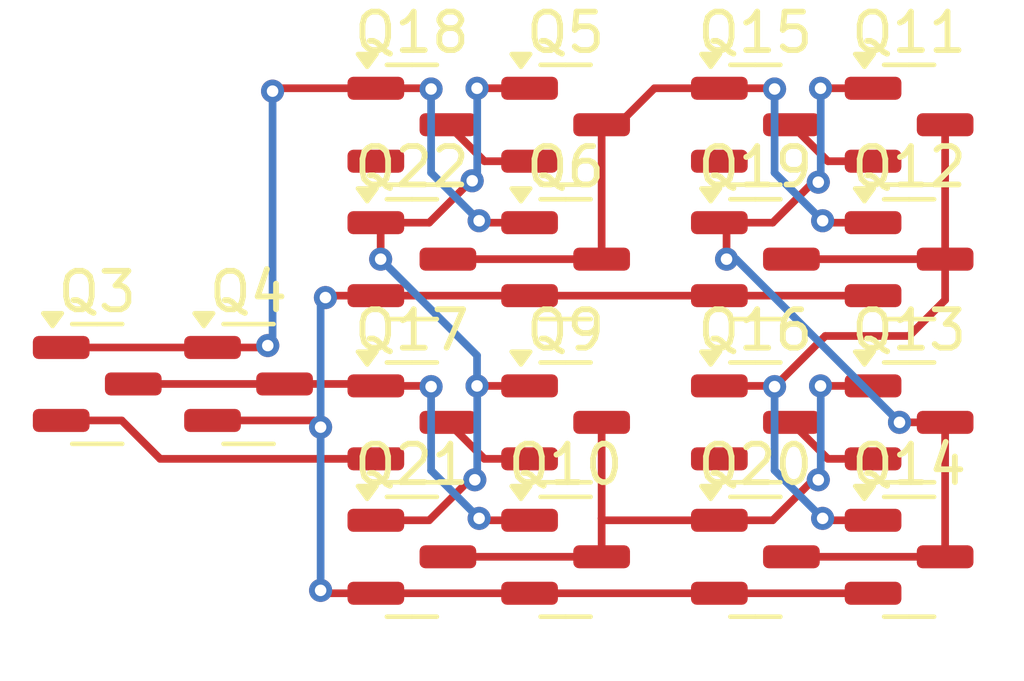
<source format=kicad_pcb>
(kicad_pcb (version 20241229) (generator "pcbnew") (generator_version "9.0")
  (layers (0 "F.Cu" signal) (2 "B.Cu" signal) (13 "F.Paste" user) (15 "B.Paste" user) (5 "F.SilkS" user "F.Silkscreen") (7 "B.SilkS" user "B.Silkscreen") (1 "F.Mask" user) (3 "B.Mask" user) (25 "Edge.Cuts" user))
  (net 0 "")
  (net 1 "VDD")
  (net 2 "/register_1_1/D")
  (net 3 "/register_1_1/gate_inv_1_1/INV")
  (net 4 "GND")
  (net 5 "/register_1_1/gate_nor_2_1/A")
  (net 6 "/register_1_1/Q")
  (net 7 "/register_1_1/#READ")
  (net 8 "Net-(Q18-D)")
  (net 9 "Net-(Q17-D)")
  (net 10 "/register_1_1/gate_nor_2_2/B")
  (net 11 "/register_1_1/#Q")
  (net 12 "Net-(Q11-S)")
  (net 13 "Net-(Q13-S)")
  (footprint "Package_TO_SOT_SMD:SOT-23" (layer "F.Cu") (at 132.375 98.375)
    (property "Reference" "Q4" (at 0 -2.4 0) (layer "F.SilkS"))
    (property "Value" "BSS123")
    (fp_line (start 0 -1.56) (end -0.65 -1.56) (stroke (width 0.12)) (layer "F.SilkS"))
    (fp_line (start 0 -1.56) (end 0.65 -1.56) (stroke (width 0.12)) (layer "F.SilkS"))
    (fp_line (start 0 1.56) (end -0.65 1.56) (stroke (width 0.12)) (layer "F.SilkS"))
    (fp_line (start 0 1.56) (end 0.65 1.56) (stroke (width 0.12)) (layer "F.SilkS"))
    (fp_poly (pts (xy -1.1625 -1.51) (xy -1.4025 -1.84) (xy -0.9225 -1.84)) (stroke (width 0.12)) (fill yes) (layer "F.SilkS"))
    (pad "1" smd roundrect (at -0.9375 -0.95) (size 1.475 0.6) (layers "F.Cu" "F.Mask" "F.Paste") (net 2 "/register_1_1/D"))
    (pad "2" smd roundrect (at -0.9375 0.95) (size 1.475 0.6) (layers "F.Cu" "F.Mask" "F.Paste") (net 4 "GND"))
    (pad "3" smd roundrect (at 0.9375 0) (size 1.475 0.6) (layers "F.Cu" "F.Mask" "F.Paste") (net 3 "/register_1_1/gate_inv_1_1/INV"))
  )
  (footprint "Package_TO_SOT_SMD:SOT-23" (layer "F.Cu") (at 140.625 95.125)
    (property "Reference" "Q6" (at 0 -2.4 0) (layer "F.SilkS"))
    (property "Value" "BSS123")
    (fp_line (start 0 -1.56) (end -0.65 -1.56) (stroke (width 0.12)) (layer "F.SilkS"))
    (fp_line (start 0 -1.56) (end 0.65 -1.56) (stroke (width 0.12)) (layer "F.SilkS"))
    (fp_line (start 0 1.56) (end -0.65 1.56) (stroke (width 0.12)) (layer "F.SilkS"))
    (fp_line (start 0 1.56) (end 0.65 1.56) (stroke (width 0.12)) (layer "F.SilkS"))
    (fp_poly (pts (xy -1.1625 -1.51) (xy -1.4025 -1.84) (xy -0.9225 -1.84)) (stroke (width 0.12)) (fill yes) (layer "F.SilkS"))
    (pad "1" smd roundrect (at -0.9375 -0.95) (size 1.475 0.6) (layers "F.Cu" "F.Mask" "F.Paste") (net 2 "/register_1_1/D"))
    (pad "2" smd roundrect (at -0.9375 0.95) (size 1.475 0.6) (layers "F.Cu" "F.Mask" "F.Paste") (net 4 "GND"))
    (pad "3" smd roundrect (at 0.9375 0) (size 1.475 0.6) (layers "F.Cu" "F.Mask" "F.Paste") (net 5 "/register_1_1/gate_nor_2_1/A"))
  )
  (footprint "Package_TO_SOT_SMD:SOT-23" (layer "F.Cu") (at 140.625 91.625)
    (property "Reference" "Q5" (at 0 -2.4 0) (layer "F.SilkS"))
    (property "Value" "BSS84")
    (fp_line (start 0 -1.56) (end -0.65 -1.56) (stroke (width 0.12)) (layer "F.SilkS"))
    (fp_line (start 0 -1.56) (end 0.65 -1.56) (stroke (width 0.12)) (layer "F.SilkS"))
    (fp_line (start 0 1.56) (end -0.65 1.56) (stroke (width 0.12)) (layer "F.SilkS"))
    (fp_line (start 0 1.56) (end 0.65 1.56) (stroke (width 0.12)) (layer "F.SilkS"))
    (fp_poly (pts (xy -1.1625 -1.51) (xy -1.4025 -1.84) (xy -0.9225 -1.84)) (stroke (width 0.12)) (fill yes) (layer "F.SilkS"))
    (pad "1" smd roundrect (at -0.9375 -0.95) (size 1.475 0.6) (layers "F.Cu" "F.Mask" "F.Paste") (net 7 "/register_1_1/#READ"))
    (pad "2" smd roundrect (at -0.9375 0.95) (size 1.475 0.6) (layers "F.Cu" "F.Mask" "F.Paste") (net 8 "Net-(Q18-D)"))
    (pad "3" smd roundrect (at 0.9375 0) (size 1.475 0.6) (layers "F.Cu" "F.Mask" "F.Paste") (net 5 "/register_1_1/gate_nor_2_1/A"))
  )
  (footprint "Package_TO_SOT_SMD:SOT-23" (layer "F.Cu") (at 149.5625 99.375)
    (property "Reference" "Q13" (at 0 -2.4 0) (layer "F.SilkS"))
    (property "Value" "BSS84")
    (fp_line (start 0 -1.56) (end -0.65 -1.56) (stroke (width 0.12)) (layer "F.SilkS"))
    (fp_line (start 0 -1.56) (end 0.65 -1.56) (stroke (width 0.12)) (layer "F.SilkS"))
    (fp_line (start 0 1.56) (end -0.65 1.56) (stroke (width 0.12)) (layer "F.SilkS"))
    (fp_line (start 0 1.56) (end 0.65 1.56) (stroke (width 0.12)) (layer "F.SilkS"))
    (fp_poly (pts (xy -1.1625 -1.51) (xy -1.4025 -1.84) (xy -0.9225 -1.84)) (stroke (width 0.12)) (fill yes) (layer "F.SilkS"))
    (pad "1" smd roundrect (at -0.9375 -0.95) (size 1.475 0.6) (layers "F.Cu" "F.Mask" "F.Paste") (net 10 "/register_1_1/gate_nor_2_2/B"))
    (pad "2" smd roundrect (at -0.9375 0.95) (size 1.475 0.6) (layers "F.Cu" "F.Mask" "F.Paste") (net 13 "Net-(Q13-S)"))
    (pad "3" smd roundrect (at 0.9375 0) (size 1.475 0.6) (layers "F.Cu" "F.Mask" "F.Paste") (net 11 "/register_1_1/#Q"))
  )
  (footprint "Package_TO_SOT_SMD:SOT-23" (layer "F.Cu") (at 140.625 102.875)
    (property "Reference" "Q10" (at 0 -2.4 0) (layer "F.SilkS"))
    (property "Value" "BSS123")
    (fp_line (start 0 -1.56) (end -0.65 -1.56) (stroke (width 0.12)) (layer "F.SilkS"))
    (fp_line (start 0 -1.56) (end 0.65 -1.56) (stroke (width 0.12)) (layer "F.SilkS"))
    (fp_line (start 0 1.56) (end -0.65 1.56) (stroke (width 0.12)) (layer "F.SilkS"))
    (fp_line (start 0 1.56) (end 0.65 1.56) (stroke (width 0.12)) (layer "F.SilkS"))
    (fp_poly (pts (xy -1.1625 -1.51) (xy -1.4025 -1.84) (xy -0.9225 -1.84)) (stroke (width 0.12)) (fill yes) (layer "F.SilkS"))
    (pad "1" smd roundrect (at -0.9375 -0.95) (size 1.475 0.6) (layers "F.Cu" "F.Mask" "F.Paste") (net 3 "/register_1_1/gate_inv_1_1/INV"))
    (pad "2" smd roundrect (at -0.9375 0.95) (size 1.475 0.6) (layers "F.Cu" "F.Mask" "F.Paste") (net 4 "GND"))
    (pad "3" smd roundrect (at 0.9375 0) (size 1.475 0.6) (layers "F.Cu" "F.Mask" "F.Paste") (net 10 "/register_1_1/gate_nor_2_2/B"))
  )
  (footprint "Package_TO_SOT_SMD:SOT-23" (layer "F.Cu") (at 128.4375 98.375)
    (property "Reference" "Q3" (at 0 -2.4 0) (layer "F.SilkS"))
    (property "Value" "BSS84")
    (fp_line (start 0 -1.56) (end -0.65 -1.56) (stroke (width 0.12)) (layer "F.SilkS"))
    (fp_line (start 0 -1.56) (end 0.65 -1.56) (stroke (width 0.12)) (layer "F.SilkS"))
    (fp_line (start 0 1.56) (end -0.65 1.56) (stroke (width 0.12)) (layer "F.SilkS"))
    (fp_line (start 0 1.56) (end 0.65 1.56) (stroke (width 0.12)) (layer "F.SilkS"))
    (fp_poly (pts (xy -1.1625 -1.51) (xy -1.4025 -1.84) (xy -0.9225 -1.84)) (stroke (width 0.12)) (fill yes) (layer "F.SilkS"))
    (pad "1" smd roundrect (at -0.9375 -0.95) (size 1.475 0.6) (layers "F.Cu" "F.Mask" "F.Paste") (net 2 "/register_1_1/D"))
    (pad "2" smd roundrect (at -0.9375 0.95) (size 1.475 0.6) (layers "F.Cu" "F.Mask" "F.Paste") (net 1 "VDD"))
    (pad "3" smd roundrect (at 0.9375 0) (size 1.475 0.6) (layers "F.Cu" "F.Mask" "F.Paste") (net 3 "/register_1_1/gate_inv_1_1/INV"))
  )
  (footprint "Package_TO_SOT_SMD:SOT-23" (layer "F.Cu") (at 136.625 102.875)
    (property "Reference" "Q21" (at 0 -2.4 0) (layer "F.SilkS"))
    (property "Value" "BSS123")
    (fp_line (start 0 -1.56) (end -0.65 -1.56) (stroke (width 0.12)) (layer "F.SilkS"))
    (fp_line (start 0 -1.56) (end 0.65 -1.56) (stroke (width 0.12)) (layer "F.SilkS"))
    (fp_line (start 0 1.56) (end -0.65 1.56) (stroke (width 0.12)) (layer "F.SilkS"))
    (fp_line (start 0 1.56) (end 0.65 1.56) (stroke (width 0.12)) (layer "F.SilkS"))
    (fp_poly (pts (xy -1.1625 -1.51) (xy -1.4025 -1.84) (xy -0.9225 -1.84)) (stroke (width 0.12)) (fill yes) (layer "F.SilkS"))
    (pad "1" smd roundrect (at -0.9375 -0.95) (size 1.475 0.6) (layers "F.Cu" "F.Mask" "F.Paste") (net 7 "/register_1_1/#READ"))
    (pad "2" smd roundrect (at -0.9375 0.95) (size 1.475 0.6) (layers "F.Cu" "F.Mask" "F.Paste") (net 4 "GND"))
    (pad "3" smd roundrect (at 0.9375 0) (size 1.475 0.6) (layers "F.Cu" "F.Mask" "F.Paste") (net 10 "/register_1_1/gate_nor_2_2/B"))
  )
  (footprint "Package_TO_SOT_SMD:SOT-23" (layer "F.Cu") (at 136.625 99.375)
    (property "Reference" "Q17" (at 0 -2.4 0) (layer "F.SilkS"))
    (property "Value" "BSS84")
    (fp_line (start 0 -1.56) (end -0.65 -1.56) (stroke (width 0.12)) (layer "F.SilkS"))
    (fp_line (start 0 -1.56) (end 0.65 -1.56) (stroke (width 0.12)) (layer "F.SilkS"))
    (fp_line (start 0 1.56) (end -0.65 1.56) (stroke (width 0.12)) (layer "F.SilkS"))
    (fp_line (start 0 1.56) (end 0.65 1.56) (stroke (width 0.12)) (layer "F.SilkS"))
    (fp_poly (pts (xy -1.1625 -1.51) (xy -1.4025 -1.84) (xy -0.9225 -1.84)) (stroke (width 0.12)) (fill yes) (layer "F.SilkS"))
    (pad "1" smd roundrect (at -0.9375 -0.95) (size 1.475 0.6) (layers "F.Cu" "F.Mask" "F.Paste") (net 3 "/register_1_1/gate_inv_1_1/INV"))
    (pad "2" smd roundrect (at -0.9375 0.95) (size 1.475 0.6) (layers "F.Cu" "F.Mask" "F.Paste") (net 1 "VDD"))
    (pad "3" smd roundrect (at 0.9375 0) (size 1.475 0.6) (layers "F.Cu" "F.Mask" "F.Paste") (net 9 "Net-(Q17-D)"))
  )
  (footprint "Package_TO_SOT_SMD:SOT-23" (layer "F.Cu") (at 149.5625 102.875)
    (property "Reference" "Q14" (at 0 -2.4 0) (layer "F.SilkS"))
    (property "Value" "BSS123")
    (fp_line (start 0 -1.56) (end -0.65 -1.56) (stroke (width 0.12)) (layer "F.SilkS"))
    (fp_line (start 0 -1.56) (end 0.65 -1.56) (stroke (width 0.12)) (layer "F.SilkS"))
    (fp_line (start 0 1.56) (end -0.65 1.56) (stroke (width 0.12)) (layer "F.SilkS"))
    (fp_line (start 0 1.56) (end 0.65 1.56) (stroke (width 0.12)) (layer "F.SilkS"))
    (fp_poly (pts (xy -1.1625 -1.51) (xy -1.4025 -1.84) (xy -0.9225 -1.84)) (stroke (width 0.12)) (fill yes) (layer "F.SilkS"))
    (pad "1" smd roundrect (at -0.9375 -0.95) (size 1.475 0.6) (layers "F.Cu" "F.Mask" "F.Paste") (net 6 "/register_1_1/Q"))
    (pad "2" smd roundrect (at -0.9375 0.95) (size 1.475 0.6) (layers "F.Cu" "F.Mask" "F.Paste") (net 4 "GND"))
    (pad "3" smd roundrect (at 0.9375 0) (size 1.475 0.6) (layers "F.Cu" "F.Mask" "F.Paste") (net 11 "/register_1_1/#Q"))
  )
  (footprint "Package_TO_SOT_SMD:SOT-23" (layer "F.Cu") (at 145.5625 91.625)
    (property "Reference" "Q15" (at 0 -2.4 0) (layer "F.SilkS"))
    (property "Value" "BSS84")
    (fp_line (start 0 -1.56) (end -0.65 -1.56) (stroke (width 0.12)) (layer "F.SilkS"))
    (fp_line (start 0 -1.56) (end 0.65 -1.56) (stroke (width 0.12)) (layer "F.SilkS"))
    (fp_line (start 0 1.56) (end -0.65 1.56) (stroke (width 0.12)) (layer "F.SilkS"))
    (fp_line (start 0 1.56) (end 0.65 1.56) (stroke (width 0.12)) (layer "F.SilkS"))
    (fp_poly (pts (xy -1.1625 -1.51) (xy -1.4025 -1.84) (xy -0.9225 -1.84)) (stroke (width 0.12)) (fill yes) (layer "F.SilkS"))
    (pad "1" smd roundrect (at -0.9375 -0.95) (size 1.475 0.6) (layers "F.Cu" "F.Mask" "F.Paste") (net 5 "/register_1_1/gate_nor_2_1/A"))
    (pad "2" smd roundrect (at -0.9375 0.95) (size 1.475 0.6) (layers "F.Cu" "F.Mask" "F.Paste") (net 1 "VDD"))
    (pad "3" smd roundrect (at 0.9375 0) (size 1.475 0.6) (layers "F.Cu" "F.Mask" "F.Paste") (net 12 "Net-(Q11-S)"))
  )
  (footprint "Package_TO_SOT_SMD:SOT-23" (layer "F.Cu") (at 149.5625 91.625)
    (property "Reference" "Q11" (at 0 -2.4 0) (layer "F.SilkS"))
    (property "Value" "BSS84")
    (fp_line (start 0 -1.56) (end -0.65 -1.56) (stroke (width 0.12)) (layer "F.SilkS"))
    (fp_line (start 0 -1.56) (end 0.65 -1.56) (stroke (width 0.12)) (layer "F.SilkS"))
    (fp_line (start 0 1.56) (end -0.65 1.56) (stroke (width 0.12)) (layer "F.SilkS"))
    (fp_line (start 0 1.56) (end 0.65 1.56) (stroke (width 0.12)) (layer "F.SilkS"))
    (fp_poly (pts (xy -1.1625 -1.51) (xy -1.4025 -1.84) (xy -0.9225 -1.84)) (stroke (width 0.12)) (fill yes) (layer "F.SilkS"))
    (pad "1" smd roundrect (at -0.9375 -0.95) (size 1.475 0.6) (layers "F.Cu" "F.Mask" "F.Paste") (net 11 "/register_1_1/#Q"))
    (pad "2" smd roundrect (at -0.9375 0.95) (size 1.475 0.6) (layers "F.Cu" "F.Mask" "F.Paste") (net 12 "Net-(Q11-S)"))
    (pad "3" smd roundrect (at 0.9375 0) (size 1.475 0.6) (layers "F.Cu" "F.Mask" "F.Paste") (net 6 "/register_1_1/Q"))
  )
  (footprint "Package_TO_SOT_SMD:SOT-23" (layer "F.Cu") (at 140.625 99.375)
    (property "Reference" "Q9" (at 0 -2.4 0) (layer "F.SilkS"))
    (property "Value" "BSS84")
    (fp_line (start 0 -1.56) (end -0.65 -1.56) (stroke (width 0.12)) (layer "F.SilkS"))
    (fp_line (start 0 -1.56) (end 0.65 -1.56) (stroke (width 0.12)) (layer "F.SilkS"))
    (fp_line (start 0 1.56) (end -0.65 1.56) (stroke (width 0.12)) (layer "F.SilkS"))
    (fp_line (start 0 1.56) (end 0.65 1.56) (stroke (width 0.12)) (layer "F.SilkS"))
    (fp_poly (pts (xy -1.1625 -1.51) (xy -1.4025 -1.84) (xy -0.9225 -1.84)) (stroke (width 0.12)) (fill yes) (layer "F.SilkS"))
    (pad "1" smd roundrect (at -0.9375 -0.95) (size 1.475 0.6) (layers "F.Cu" "F.Mask" "F.Paste") (net 7 "/register_1_1/#READ"))
    (pad "2" smd roundrect (at -0.9375 0.95) (size 1.475 0.6) (layers "F.Cu" "F.Mask" "F.Paste") (net 9 "Net-(Q17-D)"))
    (pad "3" smd roundrect (at 0.9375 0) (size 1.475 0.6) (layers "F.Cu" "F.Mask" "F.Paste") (net 10 "/register_1_1/gate_nor_2_2/B"))
  )
  (footprint "Package_TO_SOT_SMD:SOT-23" (layer "F.Cu") (at 149.5625 95.125)
    (property "Reference" "Q12" (at 0 -2.4 0) (layer "F.SilkS"))
    (property "Value" "BSS123")
    (fp_line (start 0 -1.56) (end -0.65 -1.56) (stroke (width 0.12)) (layer "F.SilkS"))
    (fp_line (start 0 -1.56) (end 0.65 -1.56) (stroke (width 0.12)) (layer "F.SilkS"))
    (fp_line (start 0 1.56) (end -0.65 1.56) (stroke (width 0.12)) (layer "F.SilkS"))
    (fp_line (start 0 1.56) (end 0.65 1.56) (stroke (width 0.12)) (layer "F.SilkS"))
    (fp_poly (pts (xy -1.1625 -1.51) (xy -1.4025 -1.84) (xy -0.9225 -1.84)) (stroke (width 0.12)) (fill yes) (layer "F.SilkS"))
    (pad "1" smd roundrect (at -0.9375 -0.95) (size 1.475 0.6) (layers "F.Cu" "F.Mask" "F.Paste") (net 5 "/register_1_1/gate_nor_2_1/A"))
    (pad "2" smd roundrect (at -0.9375 0.95) (size 1.475 0.6) (layers "F.Cu" "F.Mask" "F.Paste") (net 4 "GND"))
    (pad "3" smd roundrect (at 0.9375 0) (size 1.475 0.6) (layers "F.Cu" "F.Mask" "F.Paste") (net 6 "/register_1_1/Q"))
  )
  (footprint "Package_TO_SOT_SMD:SOT-23" (layer "F.Cu") (at 136.625 95.125)
    (property "Reference" "Q22" (at 0 -2.4 0) (layer "F.SilkS"))
    (property "Value" "BSS123")
    (fp_line (start 0 -1.56) (end -0.65 -1.56) (stroke (width 0.12)) (layer "F.SilkS"))
    (fp_line (start 0 -1.56) (end 0.65 -1.56) (stroke (width 0.12)) (layer "F.SilkS"))
    (fp_line (start 0 1.56) (end -0.65 1.56) (stroke (width 0.12)) (layer "F.SilkS"))
    (fp_line (start 0 1.56) (end 0.65 1.56) (stroke (width 0.12)) (layer "F.SilkS"))
    (fp_poly (pts (xy -1.1625 -1.51) (xy -1.4025 -1.84) (xy -0.9225 -1.84)) (stroke (width 0.12)) (fill yes) (layer "F.SilkS"))
    (pad "1" smd roundrect (at -0.9375 -0.95) (size 1.475 0.6) (layers "F.Cu" "F.Mask" "F.Paste") (net 7 "/register_1_1/#READ"))
    (pad "2" smd roundrect (at -0.9375 0.95) (size 1.475 0.6) (layers "F.Cu" "F.Mask" "F.Paste") (net 4 "GND"))
    (pad "3" smd roundrect (at 0.9375 0) (size 1.475 0.6) (layers "F.Cu" "F.Mask" "F.Paste") (net 5 "/register_1_1/gate_nor_2_1/A"))
  )
  (footprint "Package_TO_SOT_SMD:SOT-23" (layer "F.Cu") (at 145.5625 99.375)
    (property "Reference" "Q16" (at 0 -2.4 0) (layer "F.SilkS"))
    (property "Value" "BSS84")
    (fp_line (start 0 -1.56) (end -0.65 -1.56) (stroke (width 0.12)) (layer "F.SilkS"))
    (fp_line (start 0 -1.56) (end 0.65 -1.56) (stroke (width 0.12)) (layer "F.SilkS"))
    (fp_line (start 0 1.56) (end -0.65 1.56) (stroke (width 0.12)) (layer "F.SilkS"))
    (fp_line (start 0 1.56) (end 0.65 1.56) (stroke (width 0.12)) (layer "F.SilkS"))
    (fp_poly (pts (xy -1.1625 -1.51) (xy -1.4025 -1.84) (xy -0.9225 -1.84)) (stroke (width 0.12)) (fill yes) (layer "F.SilkS"))
    (pad "1" smd roundrect (at -0.9375 -0.95) (size 1.475 0.6) (layers "F.Cu" "F.Mask" "F.Paste") (net 6 "/register_1_1/Q"))
    (pad "2" smd roundrect (at -0.9375 0.95) (size 1.475 0.6) (layers "F.Cu" "F.Mask" "F.Paste") (net 1 "VDD"))
    (pad "3" smd roundrect (at 0.9375 0) (size 1.475 0.6) (layers "F.Cu" "F.Mask" "F.Paste") (net 13 "Net-(Q13-S)"))
  )
  (footprint "Package_TO_SOT_SMD:SOT-23" (layer "F.Cu") (at 136.625 91.625)
    (property "Reference" "Q18" (at 0 -2.4 0) (layer "F.SilkS"))
    (property "Value" "BSS84")
    (fp_line (start 0 -1.56) (end -0.65 -1.56) (stroke (width 0.12)) (layer "F.SilkS"))
    (fp_line (start 0 -1.56) (end 0.65 -1.56) (stroke (width 0.12)) (layer "F.SilkS"))
    (fp_line (start 0 1.56) (end -0.65 1.56) (stroke (width 0.12)) (layer "F.SilkS"))
    (fp_line (start 0 1.56) (end 0.65 1.56) (stroke (width 0.12)) (layer "F.SilkS"))
    (fp_poly (pts (xy -1.1625 -1.51) (xy -1.4025 -1.84) (xy -0.9225 -1.84)) (stroke (width 0.12)) (fill yes) (layer "F.SilkS"))
    (pad "1" smd roundrect (at -0.9375 -0.95) (size 1.475 0.6) (layers "F.Cu" "F.Mask" "F.Paste") (net 2 "/register_1_1/D"))
    (pad "2" smd roundrect (at -0.9375 0.95) (size 1.475 0.6) (layers "F.Cu" "F.Mask" "F.Paste") (net 1 "VDD"))
    (pad "3" smd roundrect (at 0.9375 0) (size 1.475 0.6) (layers "F.Cu" "F.Mask" "F.Paste") (net 8 "Net-(Q18-D)"))
  )
  (footprint "Package_TO_SOT_SMD:SOT-23" (layer "F.Cu") (at 145.5625 95.125)
    (property "Reference" "Q19" (at 0 -2.4 0) (layer "F.SilkS"))
    (property "Value" "BSS123")
    (fp_line (start 0 -1.56) (end -0.65 -1.56) (stroke (width 0.12)) (layer "F.SilkS"))
    (fp_line (start 0 -1.56) (end 0.65 -1.56) (stroke (width 0.12)) (layer "F.SilkS"))
    (fp_line (start 0 1.56) (end -0.65 1.56) (stroke (width 0.12)) (layer "F.SilkS"))
    (fp_line (start 0 1.56) (end 0.65 1.56) (stroke (width 0.12)) (layer "F.SilkS"))
    (fp_poly (pts (xy -1.1625 -1.51) (xy -1.4025 -1.84) (xy -0.9225 -1.84)) (stroke (width 0.12)) (fill yes) (layer "F.SilkS"))
    (pad "1" smd roundrect (at -0.9375 -0.95) (size 1.475 0.6) (layers "F.Cu" "F.Mask" "F.Paste") (net 11 "/register_1_1/#Q"))
    (pad "2" smd roundrect (at -0.9375 0.95) (size 1.475 0.6) (layers "F.Cu" "F.Mask" "F.Paste") (net 4 "GND"))
    (pad "3" smd roundrect (at 0.9375 0) (size 1.475 0.6) (layers "F.Cu" "F.Mask" "F.Paste") (net 6 "/register_1_1/Q"))
  )
  (footprint "Package_TO_SOT_SMD:SOT-23" (layer "F.Cu") (at 145.5625 102.875)
    (property "Reference" "Q20" (at 0 -2.4 0) (layer "F.SilkS"))
    (property "Value" "BSS123")
    (fp_line (start 0 -1.56) (end -0.65 -1.56) (stroke (width 0.12)) (layer "F.SilkS"))
    (fp_line (start 0 -1.56) (end 0.65 -1.56) (stroke (width 0.12)) (layer "F.SilkS"))
    (fp_line (start 0 1.56) (end -0.65 1.56) (stroke (width 0.12)) (layer "F.SilkS"))
    (fp_line (start 0 1.56) (end 0.65 1.56) (stroke (width 0.12)) (layer "F.SilkS"))
    (fp_poly (pts (xy -1.1625 -1.51) (xy -1.4025 -1.84) (xy -0.9225 -1.84)) (stroke (width 0.12)) (fill yes) (layer "F.SilkS"))
    (pad "1" smd roundrect (at -0.9375 -0.95) (size 1.475 0.6) (layers "F.Cu" "F.Mask" "F.Paste") (net 10 "/register_1_1/gate_nor_2_2/B"))
    (pad "2" smd roundrect (at -0.9375 0.95) (size 1.475 0.6) (layers "F.Cu" "F.Mask" "F.Paste") (net 4 "GND"))
    (pad "3" smd roundrect (at 0.9375 0) (size 1.475 0.6) (layers "F.Cu" "F.Mask" "F.Paste") (net 11 "/register_1_1/#Q"))
  )
  (segment (start 130.075 100.325) (end 129.075 99.325) (width 0.2) (layer "F.Cu") (net 1))
  (segment (start 129.075 99.325) (end 127.5 99.325) (width 0.2) (layer "F.Cu") (net 1))
  (segment (start 135.6875 100.325) (end 130.075 100.325) (width 0.2) (layer "F.Cu") (net 1))
  (segment (start 132.875 97.375) (end 132.825 97.425) (width 0.2) (layer "F.Cu") (net 2))
  (segment (start 132.825 97.425) (end 131.4375 97.425) (width 0.2) (layer "F.Cu") (net 2))
  (segment (start 137.124999 90.693856) (end 137.107501 90.676358) (width 0.2) (layer "F.Cu") (net 2))
  (segment (start 138.425 94.175) (end 138.375 94.125) (width 0.2) (layer "F.Cu") (net 2))
  (segment (start 137.075 90.675) (end 135.6875 90.675) (width 0.2) (layer "F.Cu") (net 2))
  (segment (start 135.6875 90.675) (end 133.075 90.675) (width 0.2) (layer "F.Cu") (net 2))
  (segment (start 127.5 97.425) (end 131.4375 97.425) (width 0.2) (layer "F.Cu") (net 2))
  (segment (start 139.6875 94.175) (end 138.425 94.175) (width 0.2) (layer "F.Cu") (net 2))
  (segment (start 133.075 90.675) (end 133 90.75) (width 0.2) (layer "F.Cu") (net 2))
  (segment (start 137.076358 90.676358) (end 137.075 90.675) (width 0.2) (layer "F.Cu") (net 2))
  (segment (start 137.107501 90.676358) (end 137.076358 90.676358) (width 0.2) (layer "F.Cu") (net 2))
  (via (at 133 90.75) (size 0.6) (drill 0.3) (layers "F.Cu" "B.Cu") (net 2))
  (via (at 138.375 94.125) (size 0.6) (drill 0.3) (layers "F.Cu" "B.Cu") (net 2))
  (via (at 137.124999 90.693856) (size 0.6) (drill 0.3) (layers "F.Cu" "B.Cu") (net 2))
  (via (at 132.875 97.375) (size 0.6) (drill 0.3) (layers "F.Cu" "B.Cu") (net 2))
  (segment (start 133 97.25) (end 132.875 97.375) (width 0.2) (layer "B.Cu") (net 2))
  (segment (start 137.124999 90.693856) (end 137.124999 90.70716) (width 0.2) (layer "B.Cu") (net 2))
  (segment (start 137.125 92.875) (end 138.375 94.125) (width 0.2) (layer "B.Cu") (net 2))
  (segment (start 137.124999 90.70716) (end 137.125 90.707161) (width 0.2) (layer "B.Cu") (net 2))
  (segment (start 133 90.75) (end 133 97.25) (width 0.2) (layer "B.Cu") (net 2))
  (segment (start 137.125 90.707161) (end 137.125 92.875) (width 0.2) (layer "B.Cu") (net 2))
  (segment (start 129.375 98.375) (end 133.3125 98.375) (width 0.2) (layer "F.Cu") (net 3))
  (segment (start 139.6875 101.925) (end 138.425 101.925) (width 0.2) (layer "F.Cu") (net 3))
  (segment (start 137.076358 98.426358) (end 137.075 98.425) (width 0.2) (layer "F.Cu") (net 3))
  (segment (start 137.124999 98.443856) (end 137.107501 98.426358) (width 0.2) (layer "F.Cu") (net 3))
  (segment (start 137.107501 98.426358) (end 137.076358 98.426358) (width 0.2) (layer "F.Cu") (net 3))
  (segment (start 138.425 101.925) (end 138.375 101.875) (width 0.2) (layer "F.Cu") (net 3))
  (segment (start 135.6375 98.375) (end 135.6875 98.425) (width 0.2) (layer "F.Cu") (net 3))
  (segment (start 137.075 98.425) (end 135.6875 98.425) (width 0.2) (layer "F.Cu") (net 3))
  (segment (start 133.3125 98.375) (end 135.6375 98.375) (width 0.2) (layer "F.Cu") (net 3))
  (via (at 137.124999 98.443856) (size 0.6) (drill 0.3) (layers "F.Cu" "B.Cu") (net 3))
  (via (at 138.375 101.875) (size 0.6) (drill 0.3) (layers "F.Cu" "B.Cu") (net 3))
  (segment (start 137.124999 98.45716) (end 137.125 98.457161) (width 0.2) (layer "B.Cu") (net 3))
  (segment (start 137.124999 98.443856) (end 137.124999 98.45716) (width 0.2) (layer "B.Cu") (net 3))
  (segment (start 137.125 98.457161) (end 137.125 100.625) (width 0.2) (layer "B.Cu") (net 3))
  (segment (start 137.125 100.625) (end 138.375 101.875) (width 0.2) (layer "B.Cu") (net 3))
  (segment (start 134.525 96.125) (end 134.575 96.075) (width 0.2) (layer "F.Cu") (net 4))
  (segment (start 139.6875 96.075) (end 144.625 96.075) (width 0.2) (layer "F.Cu") (net 4))
  (segment (start 139.6875 103.825) (end 144.625 103.825) (width 0.2) (layer "F.Cu") (net 4))
  (segment (start 144.625 103.825) (end 148.625 103.825) (width 0.2) (layer "F.Cu") (net 4))
  (segment (start 134.575 96.075) (end 135.6875 96.075) (width 0.2) (layer "F.Cu") (net 4))
  (segment (start 144.625 96.075) (end 148.625 96.075) (width 0.2) (layer "F.Cu") (net 4))
  (segment (start 134.325 103.825) (end 134.25 103.75) (width 0.2) (layer "F.Cu") (net 4))
  (segment (start 135.6875 103.825) (end 134.325 103.825) (width 0.2) (layer "F.Cu") (net 4))
  (segment (start 134.075 99.325) (end 134.25 99.5) (width 0.2) (layer "F.Cu") (net 4))
  (segment (start 135.6875 103.825) (end 139.6875 103.825) (width 0.2) (layer "F.Cu") (net 4))
  (segment (start 131.4375 99.325) (end 134.075 99.325) (width 0.2) (layer "F.Cu") (net 4))
  (segment (start 135.6875 96.075) (end 139.6875 96.075) (width 0.2) (layer "F.Cu") (net 4))
  (segment (start 134.375 96.125) (end 134.525 96.125) (width 0.2) (layer "F.Cu") (net 4))
  (via (at 134.375 96.125) (size 0.6) (drill 0.3) (layers "F.Cu" "B.Cu") (net 4))
  (via (at 134.25 99.5) (size 0.6) (drill 0.3) (layers "F.Cu" "B.Cu") (net 4))
  (via (at 134.25 103.75) (size 0.6) (drill 0.3) (layers "F.Cu" "B.Cu") (net 4))
  (segment (start 134.25 96.25) (end 134.25 99.5) (width 0.2) (layer "B.Cu") (net 4))
  (segment (start 134.25 103.75) (end 134.25 99.5) (width 0.2) (layer "B.Cu") (net 4))
  (segment (start 134.375 96.125) (end 134.25 96.25) (width 0.2) (layer "B.Cu") (net 4))
  (segment (start 146.045001 90.676358) (end 146.013858 90.676358) (width 0.2) (layer "F.Cu") (net 5))
  (segment (start 137.5625 95.125) (end 141.5625 95.125) (width 0.2) (layer "F.Cu") (net 5))
  (segment (start 142.937587 90.675) (end 141.987587 91.625) (width 0.2) (layer "F.Cu") (net 5))
  (segment (start 148.625 94.175) (end 147.3625 94.175) (width 0.2) (layer "F.Cu") (net 5))
  (segment (start 146.062499 90.693856) (end 146.045001 90.676358) (width 0.2) (layer "F.Cu") (net 5))
  (segment (start 141.5625 95.125) (end 141.5625 91.625) (width 0.2) (layer "F.Cu") (net 5))
  (segment (start 146.0125 90.675) (end 144.625 90.675) (width 0.2) (layer "F.Cu") (net 5))
  (segment (start 141.987587 91.625) (end 141.5625 91.625) (width 0.2) (layer "F.Cu") (net 5))
  (segment (start 144.625 90.675) (end 142.937587 90.675) (width 0.2) (layer "F.Cu") (net 5))
  (segment (start 146.013858 90.676358) (end 146.0125 90.675) (width 0.2) (layer "F.Cu") (net 5))
  (segment (start 147.3625 94.175) (end 147.3125 94.125) (width 0.2) (layer "F.Cu") (net 5))
  (via (at 146.062499 90.693856) (size 0.6) (drill 0.3) (layers "F.Cu" "B.Cu") (net 5))
  (via (at 147.3125 94.125) (size 0.6) (drill 0.3) (layers "F.Cu" "B.Cu") (net 5))
  (segment (start 146.062499 90.70716) (end 146.0625 90.707161) (width 0.2) (layer "B.Cu") (net 5))
  (segment (start 146.062499 90.693856) (end 146.062499 90.70716) (width 0.2) (layer "B.Cu") (net 5))
  (segment (start 146.0625 90.707161) (end 146.0625 92.875) (width 0.2) (layer "B.Cu") (net 5))
  (segment (start 146.0625 92.875) (end 147.3125 94.125) (width 0.2) (layer "B.Cu") (net 5))
  (segment (start 147.3625 101.925) (end 147.3125 101.875) (width 0.2) (layer "F.Cu") (net 6))
  (segment (start 146.013858 98.426358) (end 146.0125 98.425) (width 0.2) (layer "F.Cu") (net 6))
  (segment (start 146.0125 98.425) (end 144.625 98.425) (width 0.2) (layer "F.Cu") (net 6))
  (segment (start 146.062499 98.443856) (end 147.381355 97.125) (width 0.2) (layer "F.Cu") (net 6))
  (segment (start 147.381355 97.125) (end 149.5625 97.125) (width 0.2) (layer "F.Cu") (net 6))
  (segment (start 146.045001 98.426358) (end 146.013858 98.426358) (width 0.2) (layer "F.Cu") (net 6))
  (segment (start 146.5 95.125) (end 150.5 95.125) (width 0.2) (layer "F.Cu") (net 6))
  (segment (start 150.5 95.125) (end 150.5 91.625) (width 0.2) (layer "F.Cu") (net 6))
  (segment (start 148.625 101.925) (end 147.3625 101.925) (width 0.2) (layer "F.Cu") (net 6))
  (segment (start 149.5625 97.125) (end 150.5 96.1875) (width 0.2) (layer "F.Cu") (net 6))
  (segment (start 146.062499 98.443856) (end 146.045001 98.426358) (width 0.2) (layer "F.Cu") (net 6))
  (segment (start 150.5 96.1875) (end 150.5 95.125) (width 0.2) (layer "F.Cu") (net 6))
  (via (at 147.3125 101.875) (size 0.6) (drill 0.3) (layers "F.Cu" "B.Cu") (net 6))
  (via (at 146.062499 98.443856) (size 0.6) (drill 0.3) (layers "F.Cu" "B.Cu") (net 6))
  (segment (start 146.0625 98.457161) (end 146.0625 100.625) (width 0.2) (layer "B.Cu") (net 6))
  (segment (start 146.062499 98.443856) (end 146.062499 98.45716) (width 0.2) (layer "B.Cu") (net 6))
  (segment (start 146.0625 100.625) (end 147.3125 101.875) (width 0.2) (layer "B.Cu") (net 6))
  (segment (start 146.062499 98.45716) (end 146.0625 98.457161) (width 0.2) (layer "B.Cu") (net 6))
  (segment (start 138.321172 90.675) (end 138.32034 90.675832) (width 0.2) (layer "F.Cu") (net 7))
  (segment (start 138.133692 93.14502) (end 138.10498 93.14502) (width 0.2) (layer "F.Cu") (net 7))
  (segment (start 135.8125 94.3) (end 135.6875 94.175) (width 0.2) (layer "F.Cu") (net 7))
  (segment (start 138.262507 100.870439) (end 138.237926 100.89502) (width 0.2) (layer "F.Cu") (net 7))
  (segment (start 138.10498 93.14502) (end 137.075 94.175) (width 0.2) (layer "F.Cu") (net 7))
  (segment (start 139.6875 90.675) (end 138.321172 90.675) (width 0.2) (layer "F.Cu") (net 7))
  (segment (start 138.237926 100.89502) (end 138.10498 100.89502) (width 0.2) (layer "F.Cu") (net 7))
  (segment (start 135.8125 95.125) (end 135.8125 94.3) (width 0.2) (layer "F.Cu") (net 7))
  (segment (start 139.6875 98.425) (end 138.321172 98.425) (width 0.2) (layer "F.Cu") (net 7))
  (segment (start 138.10498 100.89502) (end 137.075 101.925) (width 0.2) (layer "F.Cu") (net 7))
  (segment (start 138.194754 93.083958) (end 138.133692 93.14502) (width 0.2) (layer "F.Cu") (net 7))
  (segment (start 137.075 101.925) (end 135.6875 101.925) (width 0.2) (layer "F.Cu") (net 7))
  (segment (start 138.321172 98.425) (end 138.32034 98.425832) (width 0.2) (layer "F.Cu") (net 7))
  (segment (start 137.075 94.175) (end 135.6875 94.175) (width 0.2) (layer "F.Cu") (net 7))
  (via (at 138.262507 100.870439) (size 0.6) (drill 0.3) (layers "F.Cu" "B.Cu") (net 7))
  (via (at 138.32034 98.425832) (size 0.6) (drill 0.3) (layers "F.Cu" "B.Cu") (net 7))
  (via (at 138.32034 90.675832) (size 0.6) (drill 0.3) (layers "F.Cu" "B.Cu") (net 7))
  (via (at 138.194754 93.083958) (size 0.6) (drill 0.3) (layers "F.Cu" "B.Cu") (net 7))
  (via (at 135.8125 95.125) (size 0.6) (drill 0.3) (layers "F.Cu" "B.Cu") (net 7))
  (segment (start 138.325208 98.4307) (end 138.32034 98.425832) (width 0.2) (layer "B.Cu") (net 7))
  (segment (start 138.325208 100.807738) (end 138.325208 98.4307) (width 0.2) (layer "B.Cu") (net 7))
  (segment (start 138.32034 98.425832) (end 138.32034 97.63284) (width 0.2) (layer "B.Cu") (net 7))
  (segment (start 138.325208 90.6807) (end 138.32034 90.675832) (width 0.2) (layer "B.Cu") (net 7))
  (segment (start 138.194754 93.083958) (end 138.325208 92.953504) (width 0.2) (layer "B.Cu") (net 7))
  (segment (start 138.262507 100.870439) (end 138.325208 100.807738) (width 0.2) (layer "B.Cu") (net 7))
  (segment (start 138.32034 97.63284) (end 135.8125 95.125) (width 0.2) (layer "B.Cu") (net 7))
  (segment (start 138.325208 92.953504) (end 138.325208 90.6807) (width 0.2) (layer "B.Cu") (net 7))
  (segment (start 138.5125 92.575) (end 137.5625 91.625) (width 0.2) (layer "F.Cu") (net 8))
  (segment (start 139.6875 92.575) (end 138.5125 92.575) (width 0.2) (layer "F.Cu") (net 8))
  (segment (start 138.5125 100.325) (end 137.5625 99.375) (width 0.2) (layer "F.Cu") (net 9))
  (segment (start 139.6875 100.325) (end 138.5125 100.325) (width 0.2) (layer "F.Cu") (net 9))
  (segment (start 141.6125 101.925) (end 141.5625 101.875) (width 0.2) (layer "F.Cu") (net 10))
  (segment (start 147.258672 98.425) (end 147.25784 98.425832) (width 0.2) (layer "F.Cu") (net 10))
  (segment (start 148.625 98.425) (end 147.258672 98.425) (width 0.2) (layer "F.Cu") (net 10))
  (segment (start 144.625 101.925) (end 141.6125 101.925) (width 0.2) (layer "F.Cu") (net 10))
  (segment (start 147.200007 100.870439) (end 147.175426 100.89502) (width 0.2) (layer "F.Cu") (net 10))
  (segment (start 137.5625 102.875) (end 141.5625 102.875) (width 0.2) (layer "F.Cu") (net 10))
  (segment (start 141.5625 101.875) (end 141.5625 99.375) (width 0.2) (layer "F.Cu") (net 10))
  (segment (start 147.175426 100.89502) (end 147.04248 100.89502) (width 0.2) (layer "F.Cu") (net 10))
  (segment (start 147.04248 100.89502) (end 146.0125 101.925) (width 0.2) (layer "F.Cu") (net 10))
  (segment (start 141.5625 102.875) (end 141.5625 101.875) (width 0.2) (layer "F.Cu") (net 10))
  (segment (start 146.0125 101.925) (end 144.625 101.925) (width 0.2) (layer "F.Cu") (net 10))
  (via (at 147.200007 100.870439) (size 0.6) (drill 0.3) (layers "F.Cu" "B.Cu") (net 10))
  (via (at 147.25784 98.425832) (size 0.6) (drill 0.3) (layers "F.Cu" "B.Cu") (net 10))
  (segment (start 147.200007 100.870439) (end 147.262708 100.807738) (width 0.2) (layer "B.Cu") (net 10))
  (segment (start 147.262708 100.807738) (end 147.262708 98.4307) (width 0.2) (layer "B.Cu") (net 10))
  (segment (start 147.262708 98.4307) (end 147.25784 98.425832) (width 0.2) (layer "B.Cu") (net 10))
  (segment (start 146.0125 94.175) (end 144.625 94.175) (width 0.2) (layer "F.Cu") (net 11))
  (segment (start 146.5 102.875) (end 150.5 102.875) (width 0.2) (layer "F.Cu") (net 11))
  (segment (start 147.200007 93.120439) (end 147.175426 93.14502) (width 0.2) (layer "F.Cu") (net 11))
  (segment (start 144.8125 94.3625) (end 144.625 94.175) (width 0.2) (layer "F.Cu") (net 11))
  (segment (start 147.258672 90.675) (end 147.25784 90.675832) (width 0.2) (layer "F.Cu") (net 11))
  (segment (start 147.175426 93.14502) (end 147.04248 93.14502) (width 0.2) (layer "F.Cu") (net 11))
  (segment (start 150.5 102.875) (end 150.5 99.375) (width 0.2) (layer "F.Cu") (net 11))
  (segment (start 148.625 90.675) (end 147.258672 90.675) (width 0.2) (layer "F.Cu") (net 11))
  (segment (start 147.04248 93.14502) (end 146.0125 94.175) (width 0.2) (layer "F.Cu") (net 11))
  (segment (start 144.8125 95.125) (end 144.8125 94.3625) (width 0.2) (layer "F.Cu") (net 11))
  (segment (start 150.5 99.375) (end 149.3125 99.375) (width 0.2) (layer "F.Cu") (net 11))
  (via (at 147.25784 90.675832) (size 0.6) (drill 0.3) (layers "F.Cu" "B.Cu") (net 11))
  (via (at 144.8125 95.125) (size 0.6) (drill 0.3) (layers "F.Cu" "B.Cu") (net 11))
  (via (at 149.3125 99.375) (size 0.6) (drill 0.3) (layers "F.Cu" "B.Cu") (net 11))
  (via (at 147.200007 93.120439) (size 0.6) (drill 0.3) (layers "F.Cu" "B.Cu") (net 11))
  (segment (start 144.8125 95.125) (end 145.0625 95.125) (width 0.2) (layer "B.Cu") (net 11))
  (segment (start 147.262708 90.6807) (end 147.25784 90.675832) (width 0.2) (layer "B.Cu") (net 11))
  (segment (start 147.200007 93.120439) (end 147.262708 93.057738) (width 0.2) (layer "B.Cu") (net 11))
  (segment (start 145.0625 95.125) (end 149.3125 99.375) (width 0.2) (layer "B.Cu") (net 11))
  (segment (start 147.262708 93.057738) (end 147.262708 90.6807) (width 0.2) (layer "B.Cu") (net 11))
  (segment (start 148.625 92.575) (end 147.45 92.575) (width 0.2) (layer "F.Cu") (net 12))
  (segment (start 147.45 92.575) (end 146.5 91.625) (width 0.2) (layer "F.Cu") (net 12))
  (segment (start 148.625 100.325) (end 147.45 100.325) (width 0.2) (layer "F.Cu") (net 13))
  (segment (start 147.45 100.325) (end 146.5 99.375) (width 0.2) (layer "F.Cu") (net 13))
)
</source>
